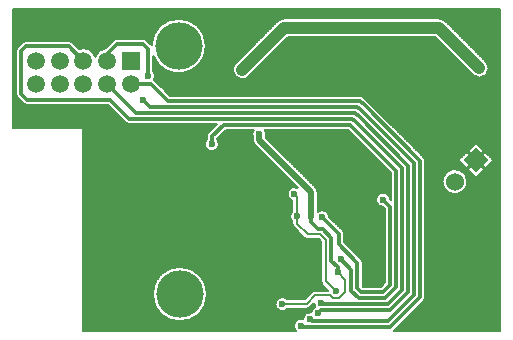
<source format=gbl>
G04 Layer_Physical_Order=2*
G04 Layer_Color=16711680*
%FSLAX24Y24*%
%MOIN*%
G70*
G01*
G75*
%ADD10C,0.0079*%
%ADD31C,0.0197*%
%ADD32C,0.0118*%
%ADD33C,0.0394*%
%ADD45R,0.0591X0.0591*%
%ADD46C,0.0591*%
%ADD47P,0.0849X4X270.0*%
%ADD48C,0.0600*%
%ADD49C,0.1575*%
%ADD50C,0.0236*%
%ADD51C,0.0394*%
D10*
X56220Y22638D02*
G03*
X56220Y22638I-906J0D01*
G01*
X56253Y28019D02*
G03*
X56201Y27894I125J-125D01*
G01*
X56253Y28019D02*
G03*
X56201Y27894I125J-125D01*
G01*
X58906Y22461D02*
G03*
X58906Y22146I-176J-157D01*
G01*
X56201Y27794D02*
G03*
X56614Y27638I177J-156D01*
G01*
D02*
G03*
X56555Y27794I-236J0D01*
G01*
X57746Y27766D02*
G03*
X57809Y27613I217J0D01*
G01*
X57778Y28110D02*
G03*
X57746Y27868I184J-148D01*
G01*
Y27766D02*
G03*
X57810Y27612I217J0D01*
G01*
X58179Y27868D02*
G03*
X58199Y27963I-217J94D01*
G01*
D02*
G03*
X58147Y28110I-236J0D01*
G01*
X49852Y29311D02*
G03*
X49904Y29186I177J0D01*
G01*
Y30863D02*
G03*
X49852Y30738I125J-125D01*
G01*
X50091Y28999D02*
G03*
X50217Y28947I125J125D01*
G01*
X50091Y28999D02*
G03*
X50217Y28947I125J125D01*
G01*
X53497Y28359D02*
G03*
X53622Y28307I125J125D01*
G01*
X53497Y28359D02*
G03*
X53622Y28307I125J125D01*
G01*
X49852Y29311D02*
G03*
X49904Y29186I177J0D01*
G01*
X54488Y29902D02*
G03*
X54429Y30058I-236J0D01*
G01*
X54451Y29774D02*
G03*
X54488Y29902I-199J127D01*
G01*
X54643Y29594D02*
G03*
X54603Y29624I-125J-125D01*
G01*
X54643Y29594D02*
G03*
X54603Y29624I-125J-125D01*
G01*
X49904Y30863D02*
G03*
X49852Y30738I125J-125D01*
G01*
X52490Y30549D02*
G03*
X51958Y30813I-394J-126D01*
G01*
X50187Y31073D02*
G03*
X50062Y31021I0J-177D01*
G01*
X50187Y31073D02*
G03*
X50062Y31021I0J-177D01*
G01*
X51749D02*
G03*
X51624Y31073I-125J-125D01*
G01*
X51749Y31021D02*
G03*
X51624Y31073I-125J-125D01*
G01*
X52837Y30834D02*
G03*
X52490Y30549I46J-411D01*
G01*
X53228Y31152D02*
G03*
X53103Y31100I0J-177D01*
G01*
X53228Y31152D02*
G03*
X53103Y31100I0J-177D01*
G01*
X54200D02*
G03*
X54075Y31152I-125J-125D01*
G01*
X54200Y31100D02*
G03*
X54075Y31152I-125J-125D01*
G01*
X57169Y30341D02*
G03*
X57614Y29895I223J-223D01*
G01*
X54429Y30584D02*
G03*
X56181Y30906I846J322D01*
G01*
D02*
G03*
X54370Y30929I-906J0D01*
G01*
X58789Y31831D02*
G03*
X58566Y31738I0J-315D01*
G01*
X58789Y31831D02*
G03*
X58567Y31738I0J-315D01*
G01*
X59409Y21804D02*
G03*
X59174Y21417I-59J-229D01*
G01*
X59688Y22034D02*
G03*
X59409Y21804I-42J-232D01*
G01*
X59537Y22146D02*
G03*
X59649Y22192I0J157D01*
G01*
X59828Y22215D02*
G03*
X59688Y22034I94J-217D01*
G01*
X59465Y24515D02*
G03*
X59577Y24469I111J111D01*
G01*
X59465Y24515D02*
G03*
X59577Y24469I112J111D01*
G01*
X59537Y22146D02*
G03*
X59649Y22192I0J157D01*
G01*
X59833Y22756D02*
G03*
X59721Y22710I0J-157D01*
G01*
X59833Y22756D02*
G03*
X59721Y22710I0J-157D01*
G01*
X59785Y22328D02*
G03*
X59828Y22215I235J25D01*
G01*
X60020Y23061D02*
G03*
X60066Y22949I157J0D01*
G01*
X60020Y23061D02*
G03*
X60066Y22950I157J0D01*
G01*
X61407Y23681D02*
G03*
X61356Y23806I-177J0D01*
G01*
X60787Y24646D02*
G03*
X60736Y24771I-177J0D01*
G01*
X60787Y24646D02*
G03*
X60736Y24771I-177J0D01*
G01*
X61407Y23681D02*
G03*
X61356Y23806I-177J0D01*
G01*
X59055Y24990D02*
G03*
X59101Y24879I157J0D01*
G01*
X59055Y25402D02*
G03*
X59055Y25050I157J-176D01*
G01*
Y24990D02*
G03*
X59101Y24879I157J0D01*
G01*
X60295Y25212D02*
G03*
X59904Y25375I-236J-15D01*
G01*
X59245Y26178D02*
G03*
X59055Y25748I-121J-203D01*
G01*
X59904Y26040D02*
G03*
X59841Y26194I-217J0D01*
G01*
X59904Y26040D02*
G03*
X59841Y26194I-217J0D01*
G01*
X63442Y22406D02*
G03*
X63494Y22531I-125J125D01*
G01*
X63442Y22406D02*
G03*
X63494Y22531I-125J125D01*
G01*
X62322Y25802D02*
G03*
X62072Y25552I-236J-15D01*
G01*
X64184Y26685D02*
G03*
X64776Y26094I296J-296D01*
G01*
D02*
G03*
X64898Y26389I-296J296D01*
G01*
D02*
G03*
X64184Y26685I-418J0D01*
G01*
X61433Y29200D02*
G03*
X61308Y29252I-125J-125D01*
G01*
X61433Y29200D02*
G03*
X61308Y29252I-125J-125D01*
G01*
X61529Y29116D02*
G03*
X61484Y29149I-125J-125D01*
G01*
X61529Y29116D02*
G03*
X61484Y29149I-125J-125D01*
G01*
X63494Y27078D02*
G03*
X63442Y27203I-177J0D01*
G01*
X63494Y27078D02*
G03*
X63442Y27203I-177J0D01*
G01*
X65072Y29945D02*
G03*
X65295Y29852I223J222D01*
G01*
X65073Y29945D02*
G03*
X65295Y29852I223J223D01*
G01*
X65072Y29945D02*
G03*
X65295Y29852I223J222D01*
G01*
X64170Y31738D02*
G03*
X63947Y31831I-223J-223D01*
G01*
X64170Y31738D02*
G03*
X63947Y31831I-223J-222D01*
G01*
X65295Y29852D02*
G03*
X65610Y30167I-0J315D01*
G01*
X65295Y29852D02*
G03*
X65610Y30167I0J315D01*
G01*
X65610D02*
G03*
X65518Y30390I-315J0D01*
G01*
X65295Y29852D02*
G03*
X65610Y30167I0J315D01*
G01*
X65610D02*
G03*
X65517Y30391I-315J0D01*
G01*
X65610Y30167D02*
G03*
X65517Y30391I-315J0D01*
G01*
X60581Y23370D02*
X60827Y23124D01*
X59213Y25226D02*
Y25886D01*
X59124Y25974D02*
X59213Y25886D01*
X59577Y24626D02*
X60000D01*
X59213Y24990D02*
X59577Y24626D01*
X59213Y24990D02*
Y25226D01*
X60177Y23061D02*
Y24449D01*
X60000Y24626D02*
X60177Y24449D01*
Y23061D02*
X60502Y22736D01*
X60404Y22500D02*
X60610D01*
X60827Y22717D01*
Y23124D01*
X58730Y22303D02*
X59537D01*
X59833Y22598D01*
X60306D01*
X60404Y22500D01*
X52067Y22677D02*
X54410D01*
X52067Y22736D02*
X54415D01*
X52067Y22795D02*
X54423D01*
X52067Y22500D02*
X54420D01*
X52067Y22618D02*
X54410D01*
X52067Y22559D02*
X54413D01*
X53681Y21417D02*
Y28307D01*
X52067Y21417D02*
Y28159D01*
X53622Y21417D02*
Y28307D01*
X53858Y21417D02*
Y28307D01*
X53740Y21417D02*
Y28307D01*
X53799Y21417D02*
Y28307D01*
X52067Y21968D02*
X54705D01*
X52067Y22087D02*
X54597D01*
X52067Y22028D02*
X54646D01*
X52067Y21791D02*
X54993D01*
X52067Y21909D02*
X54777D01*
X52067Y21850D02*
X54868D01*
X52067Y22323D02*
X54466D01*
X52067Y22441D02*
X54431D01*
X52067Y22382D02*
X54446D01*
X52067Y22146D02*
X54555D01*
X52067Y22264D02*
X54490D01*
X52067Y22205D02*
X54520D01*
X52067Y23031D02*
X54499D01*
X52067Y23091D02*
X54531D01*
X52067Y23150D02*
X54568D01*
X52067Y22854D02*
X54436D01*
X52067Y22913D02*
X54452D01*
X52067Y22972D02*
X54474D01*
X52067Y23386D02*
X54805D01*
X49764Y28159D02*
X52067D01*
Y23445D02*
X54904D01*
X52067Y23209D02*
X54612D01*
X52067Y23268D02*
X54664D01*
X52067Y23327D02*
X54727D01*
X52067Y27579D02*
X56149D01*
X52067Y27638D02*
X56142D01*
X52067Y27697D02*
X56149D01*
X52067Y23504D02*
X55051D01*
X52067Y27520D02*
X56173D01*
X52067Y27461D02*
X56222D01*
X52067Y27992D02*
X56231D01*
X52067Y28051D02*
X56285D01*
X52067Y28110D02*
X56344D01*
X52067Y27756D02*
X56173D01*
X52067Y27815D02*
X56201D01*
X52067Y27874D02*
X56201D01*
X52067Y27933D02*
X56205D01*
X54390Y21417D02*
Y28307D01*
X54272Y21417D02*
Y28307D01*
X54331Y21417D02*
Y28307D01*
X54567Y21417D02*
Y22128D01*
X54449Y21417D02*
Y22374D01*
X54508Y21417D02*
Y22227D01*
X54035Y21417D02*
Y28307D01*
X53917Y21417D02*
Y28307D01*
X53976Y21417D02*
Y28307D01*
X54212Y21417D02*
Y28307D01*
X54094Y21417D02*
Y28307D01*
X54153Y21417D02*
Y28307D01*
X55098Y21417D02*
Y21759D01*
X54980Y21417D02*
Y21796D01*
X55039Y21417D02*
Y21775D01*
X55275Y21417D02*
Y21733D01*
X55157Y21417D02*
Y21746D01*
X55216Y21417D02*
Y21738D01*
X54744Y21417D02*
Y21935D01*
X54626Y21417D02*
Y22050D01*
X54685Y21417D02*
Y21987D01*
X54921Y21417D02*
Y21822D01*
X56043Y21417D02*
Y22100D01*
X54803Y21417D02*
Y21891D01*
X54862Y21417D02*
Y21854D01*
X55453Y21417D02*
Y21743D01*
X55335Y21417D02*
Y21732D01*
X55394Y21417D02*
Y21736D01*
X55630Y21417D02*
Y21789D01*
X55512Y21417D02*
Y21754D01*
X55571Y21417D02*
Y21769D01*
X55748Y21417D02*
Y21843D01*
X54449Y22902D02*
Y28307D01*
X55689Y21417D02*
Y21813D01*
X55925Y21417D02*
Y21969D01*
X55807Y21417D02*
Y21878D01*
X55866Y21417D02*
Y21919D01*
X56102Y21417D02*
Y22190D01*
X55984Y21417D02*
Y22028D01*
X56398Y21417D02*
Y27402D01*
X56161Y21417D02*
Y22316D01*
X56220Y21417D02*
Y22624D01*
X56161Y22960D02*
Y27544D01*
X56201Y27794D02*
Y27894D01*
X56279Y21417D02*
Y27423D01*
X56338Y21417D02*
Y27405D01*
X56220Y22652D02*
Y27462D01*
X51673Y28159D02*
Y28947D01*
X51555Y28159D02*
Y28947D01*
X51614Y28159D02*
Y28947D01*
X51850Y28159D02*
Y28947D01*
X51732Y28159D02*
Y28947D01*
X51791Y28159D02*
Y28947D01*
X51319Y28159D02*
Y28947D01*
X51201Y28159D02*
Y28947D01*
X51260Y28159D02*
Y28947D01*
X51496Y28159D02*
Y28947D01*
X51378Y28159D02*
Y28947D01*
X51437Y28159D02*
Y28947D01*
X52382Y21417D02*
Y28947D01*
X52264Y21417D02*
Y28947D01*
X52323Y21417D02*
Y28947D01*
X52559Y21417D02*
Y28947D01*
X52441Y21417D02*
Y28947D01*
X52500Y21417D02*
Y28947D01*
X52027Y28159D02*
Y28947D01*
X51909Y28159D02*
Y28947D01*
X51968Y28159D02*
Y28947D01*
X52205Y21417D02*
Y28947D01*
X52087Y21417D02*
Y28947D01*
X52146Y21417D02*
Y28947D01*
X50197Y28159D02*
Y28948D01*
X50079Y28159D02*
Y29011D01*
X50138Y28159D02*
Y28965D01*
X50374Y28159D02*
Y28947D01*
X50256Y28159D02*
Y28947D01*
X50315Y28159D02*
Y28947D01*
X49842Y28159D02*
Y32126D01*
X49764Y28159D02*
Y32126D01*
X49783Y28159D02*
Y32126D01*
X50020Y28159D02*
Y29070D01*
X49901Y28159D02*
Y29189D01*
X49961Y28159D02*
Y29129D01*
X50964Y28159D02*
Y28947D01*
X50846Y28159D02*
Y28947D01*
X50905Y28159D02*
Y28947D01*
X51142Y28159D02*
Y28947D01*
X51024Y28159D02*
Y28947D01*
X51083Y28159D02*
Y28947D01*
X50551Y28159D02*
Y28947D01*
X50433Y28159D02*
Y28947D01*
X50492Y28159D02*
Y28947D01*
X50728Y28159D02*
Y28947D01*
X50787Y28159D02*
Y28947D01*
X50610Y28159D02*
Y28947D01*
X50669Y28159D02*
Y28947D01*
X53090Y21417D02*
Y28765D01*
X52972Y21417D02*
Y28883D01*
X53031Y21417D02*
Y28824D01*
X53268Y21417D02*
Y28588D01*
X53149Y21417D02*
Y28706D01*
X53209Y21417D02*
Y28647D01*
X52736Y21417D02*
Y28947D01*
X52618Y21417D02*
Y28947D01*
X52677Y21417D02*
Y28947D01*
X52913Y21417D02*
Y28942D01*
X52795Y21417D02*
Y28947D01*
X52854Y21417D02*
Y28947D01*
X54626Y23225D02*
Y28307D01*
X54685Y23288D02*
Y28307D01*
X55925Y23307D02*
Y28307D01*
X56102Y23085D02*
Y28307D01*
X55984Y23248D02*
Y28307D01*
X56043Y23176D02*
Y28307D01*
X53445Y21417D02*
Y28411D01*
X53327Y21417D02*
Y28529D01*
X53386Y21417D02*
Y28470D01*
X53504Y21417D02*
Y28352D01*
X53563Y21417D02*
Y28317D01*
X54508Y23048D02*
Y28307D01*
X54567Y23148D02*
Y28307D01*
X55098Y23517D02*
Y28307D01*
X55157Y23529D02*
Y28307D01*
X55216Y23538D02*
Y28307D01*
X55394Y23540D02*
Y28307D01*
X55275Y23542D02*
Y28307D01*
X55335Y23543D02*
Y28307D01*
X54744Y23341D02*
Y28307D01*
X54803Y23385D02*
Y28307D01*
X54862Y23422D02*
Y28307D01*
X54921Y23453D02*
Y28307D01*
X54980Y23479D02*
Y28307D01*
X55039Y23500D02*
Y28307D01*
X55866Y23356D02*
Y28307D01*
X56161Y27732D02*
Y28307D01*
X56220Y27975D02*
Y28307D01*
X56279Y28046D02*
Y28307D01*
X56338Y28105D02*
Y28307D01*
X56398Y28164D02*
Y28307D01*
X55571Y23506D02*
Y28307D01*
X55453Y23533D02*
Y28307D01*
X55512Y23522D02*
Y28307D01*
X55748Y23433D02*
Y28307D01*
X55807Y23398D02*
Y28307D01*
X55630Y23487D02*
Y28307D01*
X55689Y23463D02*
Y28307D01*
X52067Y21555D02*
X59115D01*
X52067Y21614D02*
X59117D01*
X52067Y21673D02*
X59136D01*
X52067Y21417D02*
X59174D01*
X52067Y21496D02*
X59128D01*
X52067Y21437D02*
X59159D01*
X52067Y24390D02*
X60014D01*
X52067Y24508D02*
X59473D01*
X52067Y24449D02*
X59955D01*
X52067Y21732D02*
X59174D01*
X52067Y23681D02*
X60020D01*
X52067Y23622D02*
X60020D01*
X52067Y23858D02*
X60020D01*
X52067Y23976D02*
X60020D01*
X52067Y23917D02*
X60020D01*
X52067Y23563D02*
X60020D01*
X52067Y23799D02*
X60020D01*
X52067Y23740D02*
X60020D01*
X52067Y24213D02*
X60020D01*
X52067Y24331D02*
X60020D01*
X52067Y24272D02*
X60020D01*
X52067Y24035D02*
X60020D01*
X52067Y24153D02*
X60020D01*
X52067Y24094D02*
X60020D01*
X52067Y26161D02*
X58980D01*
X52067Y26516D02*
X58906D01*
X52067Y26457D02*
X58965D01*
X52067Y25984D02*
X58888D01*
X52067Y26043D02*
X58898D01*
X52067Y26102D02*
X58925D01*
X52067Y26752D02*
X58670D01*
X52067Y26870D02*
X58552D01*
X52067Y26811D02*
X58611D01*
X52067Y26575D02*
X58847D01*
X52067Y26693D02*
X58729D01*
X52067Y26634D02*
X58788D01*
X52067Y24744D02*
X59236D01*
X52067Y24862D02*
X59118D01*
X52067Y24803D02*
X59177D01*
X52067Y24567D02*
X59413D01*
X52067Y24685D02*
X59295D01*
X52067Y24626D02*
X59354D01*
X52067Y26279D02*
X59143D01*
X52067Y26398D02*
X59025D01*
X52067Y26339D02*
X59084D01*
X52067Y24980D02*
X59055D01*
X52067Y24921D02*
X59071D01*
X52067Y25039D02*
X59055D01*
X52067Y26220D02*
X59202D01*
X56033Y22087D02*
X58636D01*
X56110Y22205D02*
X58516D01*
X56075Y22146D02*
X58554D01*
X58642Y21417D02*
Y22084D01*
X58524Y21417D02*
Y22189D01*
X58583Y21417D02*
Y22119D01*
X56140Y22264D02*
X58497D01*
X56164Y22323D02*
X58495D01*
X56184Y22382D02*
X58508D01*
X56199Y22441D02*
X58538D01*
X58583Y22487D02*
Y26840D01*
X56210Y22500D02*
X58600D01*
X55637Y21791D02*
X59256D01*
X55762Y21850D02*
X59415D01*
X55853Y21909D02*
X59436D01*
X55925Y21968D02*
X59479D01*
X55984Y22028D02*
X59578D01*
X56207Y22795D02*
X60220D01*
X56178Y22913D02*
X60102D01*
X56194Y22854D02*
X60161D01*
X56217Y22559D02*
X59571D01*
X56220Y22618D02*
X59630D01*
X56220Y22677D02*
X59689D01*
X56215Y22736D02*
X59756D01*
X52067Y25276D02*
X58982D01*
X52067Y25335D02*
X59003D01*
X52067Y25394D02*
X59046D01*
X52067Y25098D02*
X59014D01*
X52067Y25216D02*
X58977D01*
X52067Y25157D02*
X58987D01*
X52067Y25807D02*
X58957D01*
X52067Y25925D02*
X58893D01*
X52067Y25866D02*
X58914D01*
X52067Y25630D02*
X59055D01*
X52067Y25748D02*
X59055D01*
X52067Y25689D02*
X59055D01*
X56062Y23150D02*
X60020D01*
X55966Y23268D02*
X60020D01*
X56018Y23209D02*
X60020D01*
X56156Y22972D02*
X60047D01*
X56099Y23091D02*
X60020D01*
X56130Y23031D02*
X60022D01*
X52067Y25453D02*
X59055D01*
X52067Y25571D02*
X59055D01*
X52067Y25512D02*
X59055D01*
X55825Y23386D02*
X60020D01*
X55903Y23327D02*
X60020D01*
X55579Y23504D02*
X60020D01*
X55726Y23445D02*
X60020D01*
X56575Y21417D02*
Y27507D01*
X56457Y21417D02*
Y27415D01*
X56516Y21417D02*
Y27446D01*
X56752Y21417D02*
Y28017D01*
X56634Y21417D02*
Y27899D01*
X56693Y21417D02*
Y27958D01*
X56929Y21417D02*
Y28110D01*
X56811Y21417D02*
Y28076D01*
X56870Y21417D02*
Y28110D01*
X57106Y21417D02*
Y28110D01*
X56988Y21417D02*
Y28110D01*
X57047Y21417D02*
Y28110D01*
X52067Y27106D02*
X58316D01*
X52067Y27224D02*
X58198D01*
X52067Y27165D02*
X58257D01*
X52067Y26929D02*
X58493D01*
X52067Y27047D02*
X58375D01*
X52067Y26988D02*
X58434D01*
X57224Y21417D02*
Y28110D01*
X57165Y21417D02*
Y28110D01*
X52067Y27283D02*
X58139D01*
X57401Y21417D02*
Y28110D01*
X57283Y21417D02*
Y28110D01*
X57342Y21417D02*
Y28110D01*
X56555Y27820D02*
X56845Y28110D01*
X56575Y27769D02*
Y27840D01*
X56727Y27992D02*
X57728D01*
X56668Y27933D02*
X57728D01*
X49764Y28169D02*
X56403D01*
X49764Y28228D02*
X56462D01*
X49764Y28287D02*
X56521D01*
X56253Y28019D02*
X56541Y28307D01*
X56457Y28223D02*
Y28307D01*
X53622D02*
X56541D01*
X52067Y27342D02*
X58080D01*
X56534Y27461D02*
X57962D01*
X52067Y27402D02*
X58021D01*
X56582Y27520D02*
X57902D01*
X56614Y27638D02*
X57788D01*
X56607Y27579D02*
X57843D01*
X56607Y27697D02*
X57757D01*
X56555Y27815D02*
X57746D01*
X56583Y27756D02*
X57746D01*
X56786Y28051D02*
X57744D01*
X56609Y27874D02*
X57744D01*
X56845Y28110D02*
X57778D01*
X56845Y28110D02*
X57778D01*
X57933Y21417D02*
Y27489D01*
X57815Y21417D02*
Y27607D01*
X57874Y21417D02*
Y27548D01*
X58110Y21417D02*
Y27312D01*
X57992Y21417D02*
Y27430D01*
X58051Y21417D02*
Y27371D01*
X57579Y21417D02*
Y28110D01*
X57461Y21417D02*
Y28110D01*
X57520Y21417D02*
Y28110D01*
X57756Y21417D02*
Y27702D01*
X57638Y21417D02*
Y28110D01*
X57697Y21417D02*
Y28110D01*
X58346Y21417D02*
Y27076D01*
X58228Y21417D02*
Y27194D01*
X58287Y21417D02*
Y27135D01*
X58405Y21417D02*
Y27017D01*
X58464Y21417D02*
Y26958D01*
X58524Y22417D02*
Y26899D01*
X58169Y21417D02*
Y27253D01*
X57810Y27612D02*
X59245Y26178D01*
X58179Y27855D02*
X59841Y26194D01*
X58583Y27452D02*
Y28110D01*
X58633Y27402D02*
X61617D01*
X58524Y27511D02*
Y28110D01*
X58574Y27461D02*
X61558D01*
X57746Y27766D02*
Y27868D01*
X58346Y27688D02*
Y28110D01*
X57756Y28077D02*
Y28110D01*
X58169Y28077D02*
Y28110D01*
X58405Y27629D02*
Y28110D01*
X58228Y27806D02*
Y28110D01*
X58287Y27747D02*
Y28110D01*
X58338Y27697D02*
X61322D01*
X58220Y27815D02*
X61203D01*
X58279Y27756D02*
X61262D01*
X58515Y27520D02*
X61499D01*
X58397Y27638D02*
X61381D01*
X58456Y27579D02*
X61440D01*
X58182Y27874D02*
X61144D01*
X58147Y28110D02*
X60908D01*
X58147Y28110D02*
X60908D01*
X58464Y27570D02*
Y28110D01*
X58197Y27933D02*
X61085D01*
X58182Y28051D02*
X60967D01*
X58197Y27992D02*
X61026D01*
X49764Y29055D02*
X50035D01*
X49764Y29173D02*
X49917D01*
X49764Y29114D02*
X49976D01*
X49764Y29291D02*
X49853D01*
X49764Y29232D02*
X49871D01*
X49764Y29527D02*
X49852D01*
X49764Y29646D02*
X49852D01*
X49764Y29587D02*
X49852D01*
X49764Y29350D02*
X49852D01*
X49764Y29468D02*
X49852D01*
X49764Y29409D02*
X49852D01*
X49764Y28524D02*
X53332D01*
X49764Y28642D02*
X53214D01*
X49764Y28583D02*
X53273D01*
X49764Y28346D02*
X53511D01*
X49764Y28465D02*
X53391D01*
X49764Y28405D02*
X53450D01*
X49764Y28878D02*
X52978D01*
X49764Y28996D02*
X50094D01*
X49764Y28937D02*
X52919D01*
X49764Y28701D02*
X53155D01*
X49764Y28819D02*
X53037D01*
X49764Y28760D02*
X53096D01*
X49764Y29882D02*
X49852D01*
X49764Y30000D02*
X49852D01*
X49764Y29941D02*
X49852D01*
X49764Y29705D02*
X49852D01*
X49764Y29823D02*
X49852D01*
X49764Y29764D02*
X49852D01*
X49764Y30236D02*
X49852D01*
X49764Y30354D02*
X49852D01*
X49764Y30295D02*
X49852D01*
X49764Y30059D02*
X49852D01*
X49764Y30177D02*
X49852D01*
X49764Y30118D02*
X49852D01*
X49764Y30590D02*
X49852D01*
X49764Y30709D02*
X49852D01*
X49764Y30650D02*
X49852D01*
X49764Y30413D02*
X49852D01*
X49764Y30531D02*
X49852D01*
X49764Y30472D02*
X49852D01*
X49764Y30768D02*
X49855D01*
X49764Y30827D02*
X49876D01*
X49764Y30886D02*
X49927D01*
X49764Y30945D02*
X49986D01*
X49764Y31004D02*
X50045D01*
X49764Y31063D02*
X50129D01*
X50217Y28947D02*
X52909D01*
X53497Y28359D01*
X49904Y29186D02*
X50091Y28999D01*
X49852Y29311D02*
Y30738D01*
X54429Y30058D02*
Y30584D01*
X54449Y30032D02*
Y30536D01*
X54466Y29761D02*
X54603Y29624D01*
X54429Y30177D02*
X54738D01*
X54744Y29493D02*
Y30172D01*
X54429Y30236D02*
X54666D01*
X54429Y30354D02*
X54557D01*
X54429Y30295D02*
X54607D01*
X54626Y29609D02*
Y30275D01*
X54685Y29552D02*
Y30219D01*
X54508Y29719D02*
Y30426D01*
X54567Y29660D02*
Y30342D01*
X49904Y30863D02*
X50062Y31021D01*
X51944Y30827D02*
X52007D01*
X52474Y30590D02*
X52506D01*
X52442Y30650D02*
X52538D01*
X50187Y31073D02*
X51624D01*
X51749Y31021D02*
X51958Y30813D01*
X52396Y30709D02*
X52585D01*
X52325Y30768D02*
X52655D01*
X52186Y30827D02*
X52794D01*
X54429Y30413D02*
X54516D01*
X54429Y30472D02*
X54480D01*
X51825Y30945D02*
X52948D01*
X51766Y31004D02*
X53007D01*
X51682Y31063D02*
X53066D01*
X51884Y30886D02*
X52889D01*
X54200Y31100D02*
X54370Y30929D01*
X54296Y31004D02*
X54375D01*
X54237Y31063D02*
X54384D01*
X50433Y31073D02*
Y32126D01*
X50256Y31073D02*
Y32126D01*
X50315Y31073D02*
Y32126D01*
X50610Y31073D02*
Y32126D01*
X50492Y31073D02*
Y32126D01*
X50551Y31073D02*
Y32126D01*
X49901Y30861D02*
Y32126D01*
X49961Y30920D02*
Y32126D01*
X50020Y30979D02*
Y32126D01*
X50079Y31036D02*
Y32126D01*
X50138Y31066D02*
Y32126D01*
X50197Y31073D02*
Y32126D01*
X51968Y30816D02*
Y32126D01*
X51909Y30861D02*
Y32126D01*
X52027Y30831D02*
Y32126D01*
X52205Y30822D02*
Y32126D01*
X52087Y30836D02*
Y32126D01*
X52146Y30834D02*
Y32126D01*
X51673Y31066D02*
Y32126D01*
X50669Y31073D02*
Y32126D01*
X50728Y31073D02*
Y32126D01*
X51850Y30920D02*
Y32126D01*
X51732Y31036D02*
Y32126D01*
X51791Y30979D02*
Y32126D01*
X51201Y31073D02*
Y32126D01*
X51083Y31073D02*
Y32126D01*
X51142Y31073D02*
Y32126D01*
X51378Y31073D02*
Y32126D01*
X51260Y31073D02*
Y32126D01*
X51319Y31073D02*
Y32126D01*
X50846Y31073D02*
Y32126D01*
X50374Y31073D02*
Y32126D01*
X50787Y31073D02*
Y32126D01*
X51024Y31073D02*
Y32126D01*
X50905Y31073D02*
Y32126D01*
X50964Y31073D02*
Y32126D01*
X49764Y31299D02*
X54460D01*
X49764Y31358D02*
X54491D01*
X49764Y31417D02*
X54529D01*
X49764Y31122D02*
X53130D01*
X49764Y31181D02*
X54413D01*
X49764Y31240D02*
X54434D01*
X49764Y31476D02*
X54573D01*
X49764Y31535D02*
X54625D01*
X49764Y31594D02*
X54688D01*
X51555Y31073D02*
Y32126D01*
X51614Y31073D02*
Y32126D01*
X51437Y31073D02*
Y32126D01*
X51496Y31073D02*
Y32126D01*
X52618Y30740D02*
Y32126D01*
X52677Y30781D02*
Y32126D01*
X52736Y30809D02*
Y32126D01*
X52795Y30827D02*
Y32126D01*
X52854Y30851D02*
Y32126D01*
X52913Y30910D02*
Y32126D01*
X52382Y30722D02*
Y32126D01*
X52264Y30801D02*
Y32126D01*
X52323Y30769D02*
Y32126D01*
X52500Y30576D02*
Y32126D01*
X52441Y30652D02*
Y32126D01*
X52559Y30679D02*
Y32126D01*
X52837Y30834D02*
X53103Y31100D01*
X54173Y31122D02*
X54396D01*
X52972Y30969D02*
Y32126D01*
X53031Y31028D02*
Y32126D01*
X53090Y31087D02*
Y32126D01*
X54272Y31028D02*
Y32126D01*
X54331Y30969D02*
Y32126D01*
X54212Y31087D02*
Y32126D01*
X54390Y31093D02*
Y32126D01*
X53622Y31152D02*
Y32126D01*
X53504Y31152D02*
Y32126D01*
X53563Y31152D02*
Y32126D01*
X53799Y31152D02*
Y32126D01*
X53681Y31152D02*
Y32126D01*
X53740Y31152D02*
Y32126D01*
X53149Y31133D02*
Y32126D01*
X53209Y31150D02*
Y32126D01*
X53268Y31152D02*
Y32126D01*
X53445Y31152D02*
Y32126D01*
X53327Y31152D02*
Y32126D01*
X53386Y31152D02*
Y32126D01*
X53917Y31152D02*
Y32126D01*
X53858Y31152D02*
Y32126D01*
X53228Y31152D02*
X54075D01*
X54094Y31150D02*
Y32126D01*
X53976Y31152D02*
Y32126D01*
X54035Y31152D02*
Y32126D01*
X54153Y31133D02*
Y32126D01*
X54449Y31275D02*
Y32126D01*
X54508Y31386D02*
Y32126D01*
X54567Y31469D02*
Y32126D01*
X54626Y31536D02*
Y32126D01*
X54685Y31592D02*
Y32126D01*
X54744Y31639D02*
Y32126D01*
X55216Y29252D02*
Y30002D01*
X54643Y29594D02*
X54985Y29252D01*
X55157D02*
Y30008D01*
X55394Y29252D02*
Y30008D01*
X55275Y29252D02*
Y30000D01*
X55335Y29252D02*
Y30002D01*
X55039Y29252D02*
Y30031D01*
X54921Y29316D02*
Y30072D01*
X54980Y29257D02*
Y30050D01*
X55512Y29252D02*
Y30031D01*
X55098Y29252D02*
Y30018D01*
X55453Y29252D02*
Y30017D01*
X55571Y29252D02*
Y30049D01*
X54985Y29252D02*
X61308D01*
X54945Y29291D02*
X65984D01*
X55748Y29252D02*
Y30133D01*
X55630Y29252D02*
Y30072D01*
X55689Y29252D02*
Y30100D01*
X55925Y29252D02*
Y30275D01*
X55807Y29252D02*
Y30172D01*
X55866Y29252D02*
Y30219D01*
X56102Y29252D02*
Y30536D01*
X55984Y29252D02*
Y30342D01*
X56043Y29252D02*
Y30425D01*
X54485Y29941D02*
X57131D01*
X54429Y30059D02*
X54954D01*
X54467Y30000D02*
X57100D01*
X54862Y29375D02*
Y30100D01*
X55723Y30118D02*
X57077D01*
X55597Y30059D02*
X57082D01*
X54803Y29434D02*
Y30133D01*
X54429Y30118D02*
X54829D01*
X55814Y30177D02*
X57082D01*
X55885Y30236D02*
X57100D01*
X55945Y30295D02*
X57131D01*
X55994Y30354D02*
X57182D01*
X54709Y29527D02*
X65984D01*
X54581Y29646D02*
X65984D01*
X54650Y29587D02*
X65984D01*
X54886Y29350D02*
X65984D01*
X54768Y29468D02*
X65984D01*
X54827Y29409D02*
X65984D01*
X54463Y29764D02*
X65984D01*
X54487Y29882D02*
X57183D01*
X54475Y29823D02*
X57282D01*
X56036Y30413D02*
X57242D01*
X54522Y29705D02*
X65984D01*
X56071Y30472D02*
X57301D01*
X56100Y30531D02*
X57360D01*
X57401Y29252D02*
Y29803D01*
X57283Y29252D02*
Y29822D01*
X57342Y29252D02*
Y29807D01*
X57579Y29252D02*
Y29865D01*
X57461Y29252D02*
Y29811D01*
X57520Y29252D02*
Y29830D01*
X57165Y29252D02*
Y29899D01*
X56161Y29252D02*
Y30717D01*
X57106Y29252D02*
Y29985D01*
X57756Y29252D02*
Y30037D01*
X57638Y29252D02*
Y29919D01*
X57697Y29252D02*
Y29978D01*
X57933Y29252D02*
Y30214D01*
X57815Y29252D02*
Y30096D01*
X57874Y29252D02*
Y30155D01*
X58110Y29252D02*
Y30391D01*
X57992Y29252D02*
Y30273D01*
X58051Y29252D02*
Y30332D01*
X58287Y29252D02*
Y30568D01*
X58169Y29252D02*
Y30450D01*
X58228Y29252D02*
Y30509D01*
X58464Y29252D02*
Y30745D01*
X58524Y29252D02*
Y30804D01*
X58346Y29252D02*
Y30627D01*
X58405Y29252D02*
Y30686D01*
X56125Y30590D02*
X57419D01*
X56144Y30650D02*
X57478D01*
X57224Y29252D02*
Y29851D01*
X58369Y30650D02*
X64368D01*
X58310Y30590D02*
X64427D01*
X56159Y30709D02*
X57537D01*
X56171Y30768D02*
X57596D01*
X56178Y30827D02*
X57655D01*
X58428Y30709D02*
X64309D01*
X58546Y30827D02*
X64190D01*
X58487Y30768D02*
X64250D01*
X57501Y29823D02*
X65984D01*
X57660Y29941D02*
X65076D01*
X57600Y29882D02*
X65162D01*
X57719Y30000D02*
X65017D01*
X57837Y30118D02*
X64899D01*
X57778Y30059D02*
X64958D01*
X57896Y30177D02*
X64840D01*
X58014Y30295D02*
X64722D01*
X57955Y30236D02*
X64781D01*
X58132Y30413D02*
X64604D01*
X58073Y30354D02*
X64663D01*
X58250Y30531D02*
X64486D01*
X58191Y30472D02*
X64545D01*
X49764Y31653D02*
X54765D01*
X54803Y31678D02*
Y32126D01*
X55807Y31639D02*
Y32126D01*
X54862Y31711D02*
Y32126D01*
X55748Y31678D02*
Y32126D01*
X55984Y31469D02*
Y32126D01*
X55866Y31592D02*
Y32126D01*
X55925Y31536D02*
Y32126D01*
X56161Y31094D02*
Y32126D01*
X56043Y31386D02*
Y32126D01*
X56102Y31275D02*
Y32126D01*
X56138Y31181D02*
X58009D01*
X56117Y31240D02*
X58068D01*
X56091Y31299D02*
X58127D01*
X56176Y31004D02*
X57832D01*
X56167Y31063D02*
X57891D01*
X56155Y31122D02*
X57950D01*
X55863Y31594D02*
X58423D01*
X55786Y31653D02*
X58482D01*
X56060Y31358D02*
X58186D01*
X56023Y31417D02*
X58245D01*
X55979Y31476D02*
X58305D01*
X55926Y31535D02*
X58364D01*
X49764Y31713D02*
X54865D01*
X54921Y31739D02*
Y32126D01*
X49764Y31772D02*
X55011D01*
X54980Y31761D02*
Y32126D01*
X55039Y31780D02*
Y32126D01*
X55098Y31793D02*
Y32126D01*
X55157Y31803D02*
Y32126D01*
X55216Y31809D02*
Y32126D01*
X55275Y31811D02*
Y32126D01*
X55453Y31794D02*
Y32126D01*
X55335Y31809D02*
Y32126D01*
X55394Y31803D02*
Y32126D01*
X49764Y31890D02*
X65984D01*
X49764Y32008D02*
X65984D01*
X49764Y31949D02*
X65984D01*
X55686Y31713D02*
X58541D01*
X55540Y31772D02*
X58606D01*
X49764Y31831D02*
X58783D01*
X49764Y32067D02*
X65984D01*
X49764Y32126D02*
X65984D01*
X49764Y32126D02*
X65984D01*
X55630Y31739D02*
Y32126D01*
X55689Y31711D02*
Y32126D01*
X55512Y31780D02*
Y32126D01*
X55571Y31762D02*
Y32126D01*
X56693Y29252D02*
Y32126D01*
X56575Y29252D02*
Y32126D01*
X56634Y29252D02*
Y32126D01*
X56870Y29252D02*
Y32126D01*
X56752Y29252D02*
Y32126D01*
X56811Y29252D02*
Y32126D01*
X56338Y29252D02*
Y32126D01*
X56220Y29252D02*
Y32126D01*
X56279Y29252D02*
Y32126D01*
X56516Y29252D02*
Y32126D01*
X56398Y29252D02*
Y32126D01*
X56457Y29252D02*
Y32126D01*
X57047Y29252D02*
Y32126D01*
X57106Y30251D02*
Y32126D01*
X57169Y30341D02*
X58566Y31738D01*
X58642Y29252D02*
Y30923D01*
X58583Y29252D02*
Y30864D01*
X57614Y29895D02*
X58920Y31201D01*
X56929Y29252D02*
Y32126D01*
X56988Y29252D02*
Y32126D01*
X57165Y30337D02*
Y32126D01*
X57224Y30396D02*
Y32126D01*
X57283Y30455D02*
Y32126D01*
X57342Y30514D02*
Y32126D01*
X57401Y30573D02*
Y32126D01*
X57461Y30632D02*
Y32126D01*
X56181Y30886D02*
X57714D01*
X56180Y30945D02*
X57773D01*
X57520Y30691D02*
Y32126D01*
X57638Y30809D02*
Y32126D01*
X57697Y30869D02*
Y32126D01*
X57579Y30750D02*
Y32126D01*
X57756Y30928D02*
Y32126D01*
X57815Y30987D02*
Y32126D01*
X57874Y31046D02*
Y32126D01*
X57933Y31105D02*
Y32126D01*
X57992Y31164D02*
Y32126D01*
X58464Y31636D02*
Y32126D01*
X58524Y31695D02*
Y32126D01*
X58605Y30886D02*
X64131D01*
X58583Y31753D02*
Y32126D01*
X58051Y31223D02*
Y32126D01*
X58110Y31282D02*
Y32126D01*
X58169Y31341D02*
Y32126D01*
X58228Y31400D02*
Y32126D01*
X58287Y31459D02*
Y32126D01*
X58346Y31518D02*
Y32126D01*
X58405Y31577D02*
Y32126D01*
X58819Y21417D02*
Y22084D01*
X58701Y21417D02*
Y22069D01*
X58760Y21417D02*
Y22069D01*
X58996Y21417D02*
Y22146D01*
X58878Y21417D02*
Y22119D01*
X58937Y21417D02*
Y22146D01*
X59055Y21417D02*
Y22146D01*
X59114Y21417D02*
Y22146D01*
X59173Y21731D02*
Y22146D01*
X59232Y21779D02*
Y22146D01*
X59291Y21803D02*
Y22146D01*
X59350Y21811D02*
Y22146D01*
X58825Y22087D02*
X59702D01*
X58906Y22146D02*
X59737D01*
X59468Y21957D02*
Y22146D01*
X59527Y22006D02*
Y22146D01*
X59409Y21804D02*
Y22146D01*
X59587Y22030D02*
Y22154D01*
X59646Y22037D02*
Y22189D01*
X59705Y22092D02*
Y22248D01*
X58906Y22146D02*
X59537D01*
X58906Y22461D02*
X59472D01*
X58861Y22500D02*
X59511D01*
X59468Y22461D02*
Y24512D01*
X59527Y22516D02*
Y24476D01*
X59291Y22461D02*
Y24689D01*
X59173Y22461D02*
Y24807D01*
X59232Y22461D02*
Y24748D01*
X59350Y22461D02*
Y24630D01*
X59409Y22461D02*
Y24571D01*
X59472Y22461D02*
X59721Y22710D01*
X59649Y22192D02*
X59785Y22328D01*
X59764Y22174D02*
Y22307D01*
X59721Y22264D02*
X59801D01*
X59662Y22205D02*
X59807D01*
X59587Y22575D02*
Y24469D01*
X59646Y22634D02*
Y24469D01*
X59577D02*
X59935D01*
X59705Y22693D02*
Y24469D01*
X59764Y22740D02*
Y24469D01*
X59833Y22756D02*
X60260D01*
X60177D02*
Y22838D01*
X60059Y22756D02*
Y22957D01*
X60118Y22756D02*
Y22897D01*
X59823Y22756D02*
Y24469D01*
X59882Y22756D02*
Y24469D01*
X59941Y22756D02*
Y24462D01*
X60000Y22756D02*
Y24403D01*
X60020Y23061D02*
Y24384D01*
X60066Y22949D02*
X60260Y22756D01*
X61407Y22913D02*
X62040D01*
X61407Y22972D02*
X62099D01*
X62017Y22890D02*
X62156Y23029D01*
X61428Y22890D02*
X62017D01*
X61407Y23031D02*
X62156D01*
X61407Y22911D02*
Y23681D01*
Y23386D02*
X62156D01*
X61407Y23327D02*
X62156D01*
X61407Y23150D02*
X62156D01*
X61407Y23091D02*
X62156D01*
X61407Y23268D02*
X62156D01*
X61407Y23209D02*
X62156D01*
X61362Y23799D02*
X62156D01*
X61397Y23740D02*
X62156D01*
X61407Y23445D02*
X62156D01*
X61407Y23563D02*
X62156D01*
X61407Y23504D02*
X62156D01*
X59935Y24469D02*
X60020Y24384D01*
X60787Y24375D02*
Y24646D01*
Y24375D02*
X61356Y23806D01*
X61245Y23917D02*
X62156D01*
X60949Y24213D02*
X62156D01*
X61186Y23976D02*
X62156D01*
X61407Y23622D02*
X62156D01*
X61304Y23858D02*
X62156D01*
X61407Y23681D02*
X62156D01*
X60758Y24744D02*
X62156D01*
X60644Y24862D02*
X62156D01*
X60703Y24803D02*
X62156D01*
X60787Y24567D02*
X62156D01*
X60787Y24508D02*
X62156D01*
X60783Y24685D02*
X62156D01*
X60787Y24626D02*
X62156D01*
X58996Y22461D02*
Y25132D01*
Y25321D02*
Y25776D01*
X59055Y22461D02*
Y25050D01*
X59055Y24990D02*
Y25050D01*
X59055Y25402D02*
Y25749D01*
X59055Y25402D02*
Y25748D01*
X58642Y22522D02*
Y26781D01*
X58701Y22538D02*
Y26721D01*
X58760Y22538D02*
Y26662D01*
X58937Y22461D02*
Y25830D01*
X58819Y22522D02*
Y26603D01*
X58878Y22488D02*
Y26544D01*
X59114Y22461D02*
Y24866D01*
X59101Y24879D02*
X59465Y24515D01*
X59904Y25375D02*
Y26040D01*
X59941Y25401D02*
Y28110D01*
X59904Y25453D02*
X62156D01*
X60000Y25426D02*
Y28110D01*
X60059Y25433D02*
Y28110D01*
X60118Y25426D02*
Y28110D01*
X58937Y26119D02*
Y26485D01*
X58996Y26173D02*
Y26426D01*
X59055Y26200D02*
Y26367D01*
X59114Y26210D02*
Y26308D01*
X59173Y26205D02*
Y26249D01*
X59587Y26448D02*
Y28110D01*
X59468Y26566D02*
Y28110D01*
X59527Y26507D02*
Y28110D01*
X59764Y26271D02*
Y28110D01*
X59646Y26389D02*
Y28110D01*
X59705Y26330D02*
Y28110D01*
X59904Y25689D02*
X61872D01*
X59904Y25807D02*
X61851D01*
X59904Y25748D02*
X61854D01*
X59904Y25512D02*
X62112D01*
X59904Y25630D02*
X61911D01*
X59904Y25571D02*
X61992D01*
X59823Y26212D02*
Y28110D01*
X59904Y25866D02*
X61864D01*
X59904Y25925D02*
X61895D01*
X59882Y26137D02*
Y28110D01*
X59904Y25984D02*
X61956D01*
X61240Y23922D02*
Y27778D01*
X61122Y24040D02*
Y27896D01*
X61181Y23981D02*
Y27837D01*
X61417Y22901D02*
Y27601D01*
X61299Y23863D02*
Y27719D01*
X61358Y23804D02*
Y27660D01*
X60886Y24276D02*
Y28110D01*
X60768Y24727D02*
Y28110D01*
X60827Y24335D02*
Y28110D01*
X61063Y24099D02*
Y27955D01*
X60945Y24217D02*
Y28074D01*
X61004Y24158D02*
Y28014D01*
X62008Y22890D02*
Y25565D01*
X61890Y22890D02*
Y25657D01*
X61949Y22890D02*
Y25596D01*
X62067Y22940D02*
Y25552D01*
X62126Y22999D02*
Y25498D01*
X62156Y23029D02*
Y25468D01*
X61594Y22890D02*
Y27424D01*
X61476Y22890D02*
Y27542D01*
X61535Y22890D02*
Y27483D01*
X61772Y22890D02*
Y27247D01*
X61831Y22890D02*
Y27188D01*
X61653Y22890D02*
Y27365D01*
X61712Y22890D02*
Y27306D01*
X60295Y25212D02*
X60736Y24771D01*
X60177Y25401D02*
Y28110D01*
X60295Y25211D02*
Y28110D01*
X60413Y25093D02*
Y28110D01*
X60354Y25152D02*
Y28110D01*
X61890Y25918D02*
Y27129D01*
X60531Y24975D02*
Y28110D01*
X60236Y25353D02*
Y28110D01*
X60472Y25034D02*
Y28110D01*
X60709Y24798D02*
Y28110D01*
X60590Y24916D02*
Y28110D01*
X60649Y24857D02*
Y28110D01*
X60408Y25098D02*
X62156D01*
X60294Y25216D02*
X62156D01*
X60349Y25157D02*
X62156D01*
X60585Y24921D02*
X62156D01*
X60467Y25039D02*
X62156D01*
X60526Y24980D02*
X62156D01*
X60282Y25276D02*
X62156D01*
X60190Y25394D02*
X62156D01*
X60251Y25335D02*
X62156D01*
X61949Y25979D02*
Y27070D01*
X62008Y26010D02*
Y27011D01*
X62067Y26023D02*
Y26951D01*
X62126Y26020D02*
Y26892D01*
X62657Y21417D02*
Y21621D01*
X62539Y21417D02*
Y21503D01*
X62598Y21417D02*
Y21562D01*
X62835Y21417D02*
Y21798D01*
X62716Y21417D02*
Y21680D01*
X62775Y21417D02*
Y21739D01*
X63012Y21417D02*
Y21975D01*
X62894Y21417D02*
Y21857D01*
X62953Y21417D02*
Y21916D01*
X63189Y21417D02*
Y22152D01*
X63071Y21417D02*
Y22034D01*
X63130Y21417D02*
Y22093D01*
X62454Y21417D02*
X65984D01*
X62533Y21496D02*
X65984D01*
X62473Y21437D02*
X65984D01*
X62592Y21555D02*
X65984D01*
X62710Y21673D02*
X65984D01*
X62651Y21614D02*
X65984D01*
X63307Y21417D02*
Y22270D01*
X63248Y21417D02*
Y22211D01*
X62456Y21420D02*
X63442Y22406D01*
X63484Y21417D02*
Y22472D01*
X63366Y21417D02*
Y22330D01*
X63425Y21417D02*
Y22389D01*
X63005Y21968D02*
X65984D01*
X61068Y24094D02*
X62156D01*
X61127Y24035D02*
X62156D01*
X63064Y22028D02*
X65984D01*
X60831Y24331D02*
X62156D01*
X60787Y24449D02*
X62156D01*
X60787Y24390D02*
X62156D01*
X61008Y24153D02*
X62156D01*
X62072Y25552D02*
X62156Y25468D01*
X60890Y24272D02*
X62156D01*
X62769Y21732D02*
X65984D01*
X62887Y21850D02*
X65984D01*
X62828Y21791D02*
X65984D01*
X62946Y21909D02*
X65984D01*
X63182Y22146D02*
X65984D01*
X63123Y22087D02*
X65984D01*
X63241Y22205D02*
X65984D01*
X63359Y22323D02*
X65984D01*
X63300Y22264D02*
X65984D01*
X63469Y22441D02*
X65984D01*
X63418Y22382D02*
X65984D01*
X63494Y22736D02*
X65984D01*
X63491Y22500D02*
X65984D01*
X63494Y23563D02*
X65984D01*
X63494Y23681D02*
X65984D01*
X63494Y23622D02*
X65984D01*
X63494Y23386D02*
X65984D01*
X63494Y23504D02*
X65984D01*
X63494Y23445D02*
X65984D01*
X63494Y23917D02*
X65984D01*
X63494Y24035D02*
X65984D01*
X63494Y23976D02*
X65984D01*
X63494Y23740D02*
X65984D01*
X63494Y23858D02*
X65984D01*
X63494Y23799D02*
X65984D01*
X63494Y22795D02*
X65984D01*
X63494Y22913D02*
X65984D01*
X63494Y22854D02*
X65984D01*
X63494Y22559D02*
X65984D01*
X63494Y22677D02*
X65984D01*
X63494Y22618D02*
X65984D01*
X63494Y23209D02*
X65984D01*
X63494Y23327D02*
X65984D01*
X63494Y23268D02*
X65984D01*
X63494Y23031D02*
X65984D01*
X63494Y22972D02*
X65984D01*
X63494Y23150D02*
X65984D01*
X63494Y23091D02*
X65984D01*
X63494Y25039D02*
X65984D01*
X63494Y25157D02*
X65984D01*
X63494Y25098D02*
X65984D01*
X63494Y24862D02*
X65984D01*
X63494Y24980D02*
X65984D01*
X63494Y24921D02*
X65984D01*
X63494Y25394D02*
X65984D01*
X63494Y25512D02*
X65984D01*
X63494Y25453D02*
X65984D01*
X63494Y25216D02*
X65984D01*
X63494Y25335D02*
X65984D01*
X63494Y25276D02*
X65984D01*
X63494Y24272D02*
X65984D01*
X63494Y24390D02*
X65984D01*
X63494Y24331D02*
X65984D01*
X63494Y24094D02*
X65984D01*
X63494Y24213D02*
X65984D01*
X63494Y24153D02*
X65984D01*
X63494Y24685D02*
X65984D01*
X63494Y24803D02*
X65984D01*
X63494Y24744D02*
X65984D01*
X63494Y24508D02*
X65984D01*
X63494Y24449D02*
X65984D01*
X63494Y24626D02*
X65984D01*
X63494Y24567D02*
X65984D01*
X62279Y25925D02*
X62352D01*
X62309Y25866D02*
X62352D01*
Y25772D02*
Y26666D01*
X62322Y25807D02*
X62352D01*
X62322Y25802D02*
X62352Y25772D01*
X63543Y21417D02*
Y31201D01*
X62303Y25882D02*
Y26715D01*
X63494Y22531D02*
Y27078D01*
X63720Y21417D02*
Y31201D01*
X63602Y21417D02*
Y31201D01*
X63661Y21417D02*
Y31201D01*
X63494Y25748D02*
X65984D01*
X63494Y25866D02*
X65984D01*
X63494Y25807D02*
X65984D01*
X63494Y25571D02*
X65984D01*
X63494Y25689D02*
X65984D01*
X63494Y25630D02*
X65984D01*
X63838Y21417D02*
Y31179D01*
X63779Y21417D02*
Y31201D01*
X63494Y25925D02*
X65984D01*
X64016Y21417D02*
Y31002D01*
X64075Y21417D02*
Y26286D01*
X63898Y21417D02*
Y31120D01*
X63957Y21417D02*
Y31061D01*
X59868Y26161D02*
X62352D01*
X59755Y26279D02*
X62352D01*
X59814Y26220D02*
X62352D01*
X62217Y25984D02*
X62352D01*
X59895Y26102D02*
X62352D01*
X59904Y26043D02*
X62352D01*
X59578Y26457D02*
X62352D01*
X59460Y26575D02*
X62352D01*
X59519Y26516D02*
X62352D01*
X62244Y25964D02*
Y26774D01*
X62185Y26002D02*
Y26833D01*
X59696Y26339D02*
X62352D01*
X63494Y26161D02*
X64129D01*
X63494Y26279D02*
X64076D01*
X63494Y26220D02*
X64097D01*
X63494Y25984D02*
X64377D01*
X63494Y26102D02*
X64176D01*
X63494Y26043D02*
X64245D01*
X63494Y26339D02*
X64065D01*
X59637Y26398D02*
X62352D01*
X63494D02*
X64062D01*
X63494Y26457D02*
X64067D01*
X63494Y26516D02*
X64081D01*
X63494Y26575D02*
X64105D01*
X64429Y21417D02*
Y25974D01*
X64311Y21417D02*
Y26007D01*
X64370Y21417D02*
Y25986D01*
X64606Y21417D02*
Y25991D01*
X64488Y21417D02*
Y25971D01*
X64547Y21417D02*
Y25977D01*
X64665Y21417D02*
Y26015D01*
X64193Y21417D02*
Y26085D01*
X64252Y21417D02*
Y26039D01*
X64842Y21417D02*
Y26181D01*
X64724Y21417D02*
Y26050D01*
X64783Y21417D02*
Y26102D01*
X65020Y21417D02*
Y26673D01*
X64901Y21417D02*
Y26791D01*
X64960Y21417D02*
Y26732D01*
X65492Y21417D02*
Y26810D01*
X65079Y21417D02*
Y26614D01*
X65138Y21417D02*
Y26555D01*
X65669Y21417D02*
Y26987D01*
X65551Y21417D02*
Y26869D01*
X65610Y21417D02*
Y26928D01*
X65964Y21417D02*
Y32126D01*
X65984Y21417D02*
Y32126D01*
X65728Y21417D02*
Y27046D01*
X65905Y21417D02*
Y32126D01*
X64134Y21417D02*
Y26155D01*
X64855Y26575D02*
X65117D01*
X65256Y21417D02*
Y26574D01*
X64878Y26516D02*
X65176D01*
X65197Y21417D02*
Y26515D01*
X64075Y26492D02*
Y30942D01*
X64596Y27096D02*
X65187Y26505D01*
X65433Y21417D02*
Y26751D01*
X65315Y21417D02*
Y26633D01*
X65374Y21417D02*
Y26692D01*
X64583Y25984D02*
X65984D01*
X64784Y26102D02*
X65984D01*
X64714Y26043D02*
X65984D01*
X64830Y26161D02*
X65984D01*
X64883Y26279D02*
X65984D01*
X64862Y26220D02*
X65984D01*
X64895Y26339D02*
X65984D01*
X64893Y26457D02*
X65984D01*
X64898Y26398D02*
X65984D01*
X65787Y21417D02*
Y32126D01*
X65846Y21417D02*
Y32126D01*
X65187Y26505D02*
X65778Y27096D01*
X65198Y26516D02*
X65984D01*
X59232Y26802D02*
Y28110D01*
X59114Y26921D02*
Y28110D01*
X59173Y26861D02*
Y28110D01*
X59409Y26625D02*
Y28110D01*
X59291Y26743D02*
Y28110D01*
X59350Y26684D02*
Y28110D01*
X58878Y27157D02*
Y28110D01*
X58760Y27275D02*
Y28110D01*
X58819Y27216D02*
Y28110D01*
X59055Y26980D02*
Y28110D01*
X58937Y27098D02*
Y28110D01*
X58996Y27039D02*
Y28110D01*
X59224Y26811D02*
X62207D01*
X59105Y26929D02*
X62089D01*
X59165Y26870D02*
X62148D01*
X59401Y26634D02*
X62352D01*
X59283Y26752D02*
X62266D01*
X59342Y26693D02*
X62325D01*
X58869Y27165D02*
X61853D01*
X58751Y27283D02*
X61735D01*
X58810Y27224D02*
X61794D01*
X59046Y26988D02*
X62030D01*
X58928Y27106D02*
X61912D01*
X58987Y27047D02*
X61971D01*
X58701Y27334D02*
Y28110D01*
X58642Y27393D02*
Y28110D01*
X58701Y29252D02*
Y30982D01*
X58878Y29252D02*
Y31159D01*
X58760Y29252D02*
Y31041D01*
X58819Y29252D02*
Y31100D01*
X59055Y29252D02*
Y31201D01*
X58937Y29252D02*
Y31201D01*
X58996Y29252D02*
Y31201D01*
X59232Y29252D02*
Y31201D01*
X59114Y29252D02*
Y31201D01*
X59173Y29252D02*
Y31201D01*
X58692Y27342D02*
X61676D01*
X59705Y29252D02*
Y31201D01*
X59764Y29252D02*
Y31201D01*
X59941Y29252D02*
Y31201D01*
X59823Y29252D02*
Y31201D01*
X59882Y29252D02*
Y31201D01*
X59409Y29252D02*
Y31201D01*
X59291Y29252D02*
Y31201D01*
X59350Y29252D02*
Y31201D01*
X59587Y29252D02*
Y31201D01*
X59646Y29252D02*
Y31201D01*
X59468Y29252D02*
Y31201D01*
X59527Y29252D02*
Y31201D01*
X60908Y28110D02*
X62352Y26666D01*
X61433Y29200D02*
X61484Y29149D01*
X62008Y28638D02*
Y31201D01*
X61476Y29157D02*
Y31201D01*
X61949Y28697D02*
Y31201D01*
X62185Y28461D02*
Y31201D01*
X62067Y28579D02*
Y31201D01*
X62126Y28520D02*
Y31201D01*
X61529Y29116D02*
X63442Y27203D01*
X62953Y27693D02*
Y31201D01*
X63012Y27634D02*
Y31201D01*
X63189Y27457D02*
Y31201D01*
X63071Y27575D02*
Y31201D01*
X63130Y27516D02*
Y31201D01*
X62539Y28106D02*
Y31201D01*
X62421Y28224D02*
Y31201D01*
X62480Y28165D02*
Y31201D01*
X62716Y27929D02*
Y31201D01*
X62894Y27752D02*
Y31201D01*
X62598Y28047D02*
Y31201D01*
X62657Y27988D02*
Y31201D01*
X60472Y29252D02*
Y31201D01*
X60354Y29252D02*
Y31201D01*
X60413Y29252D02*
Y31201D01*
X60649Y29252D02*
Y31201D01*
X60531Y29252D02*
Y31201D01*
X60590Y29252D02*
Y31201D01*
X60118Y29252D02*
Y31201D01*
X60000Y29252D02*
Y31201D01*
X60059Y29252D02*
Y31201D01*
X60295Y29252D02*
Y31201D01*
X60177Y29252D02*
Y31201D01*
X60236Y29252D02*
Y31201D01*
X61240Y29252D02*
Y31201D01*
X61122Y29252D02*
Y31201D01*
X61181Y29252D02*
Y31201D01*
X61417Y29214D02*
Y31201D01*
X61299Y29252D02*
Y31201D01*
X61358Y29245D02*
Y31201D01*
X60827Y29252D02*
Y31201D01*
X60709Y29252D02*
Y31201D01*
X60768Y29252D02*
Y31201D01*
X61004Y29252D02*
Y31201D01*
X61063Y29252D02*
Y31201D01*
X60886Y29252D02*
Y31201D01*
X60945Y29252D02*
Y31201D01*
X59114Y31831D02*
Y32126D01*
X58996Y31831D02*
Y32126D01*
X59055Y31831D02*
Y32126D01*
X59291Y31831D02*
Y32126D01*
X59173Y31831D02*
Y32126D01*
X59232Y31831D02*
Y32126D01*
X58642Y31794D02*
Y32126D01*
X58701Y31818D02*
Y32126D01*
X58760Y31829D02*
Y32126D01*
X58937Y31831D02*
Y32126D01*
X58819Y31831D02*
Y32126D01*
X58878Y31831D02*
Y32126D01*
X59823Y31831D02*
Y32126D01*
X59705Y31831D02*
Y32126D01*
X59764Y31831D02*
Y32126D01*
X60000Y31831D02*
Y32126D01*
X59882Y31831D02*
Y32126D01*
X59941Y31831D02*
Y32126D01*
X59468Y31831D02*
Y32126D01*
X59350Y31831D02*
Y32126D01*
X59409Y31831D02*
Y32126D01*
X59646Y31831D02*
Y32126D01*
X59527Y31831D02*
Y32126D01*
X59587Y31831D02*
Y32126D01*
X60531Y31831D02*
Y32126D01*
X60413Y31831D02*
Y32126D01*
X60472Y31831D02*
Y32126D01*
X60709Y31831D02*
Y32126D01*
X60590Y31831D02*
Y32126D01*
X60649Y31831D02*
Y32126D01*
X60177Y31831D02*
Y32126D01*
X60059Y31831D02*
Y32126D01*
X60118Y31831D02*
Y32126D01*
X60354Y31831D02*
Y32126D01*
X60236Y31831D02*
Y32126D01*
X60295Y31831D02*
Y32126D01*
X61299Y31831D02*
Y32126D01*
X61181Y31831D02*
Y32126D01*
X61240Y31831D02*
Y32126D01*
X61476Y31831D02*
Y32126D01*
X61358Y31831D02*
Y32126D01*
X61417Y31831D02*
Y32126D01*
X60886Y31831D02*
Y32126D01*
X60768Y31831D02*
Y32126D01*
X60827Y31831D02*
Y32126D01*
X61063Y31831D02*
Y32126D01*
X61122Y31831D02*
Y32126D01*
X60945Y31831D02*
Y32126D01*
X61004Y31831D02*
Y32126D01*
X61653Y28992D02*
Y31201D01*
X61535Y29110D02*
Y31201D01*
X61594Y29051D02*
Y31201D01*
X61890Y28756D02*
Y31201D01*
X61712Y28933D02*
Y31201D01*
X61831Y28815D02*
Y31201D01*
X61653Y31831D02*
Y32126D01*
X61535Y31831D02*
Y32126D01*
X61594Y31831D02*
Y32126D01*
X61772Y28874D02*
Y31201D01*
X61712Y31831D02*
Y32126D01*
X62008Y31831D02*
Y32126D01*
X62362Y28284D02*
Y31201D01*
X62244Y28402D02*
Y31201D01*
X62303Y28343D02*
Y31201D01*
X63366Y27280D02*
Y31201D01*
X62775Y27870D02*
Y31201D01*
X62835Y27811D02*
Y31201D01*
X62185Y31831D02*
Y32126D01*
X62067Y31831D02*
Y32126D01*
X62126Y31831D02*
Y32126D01*
X63307Y27339D02*
Y31201D01*
X63425Y27221D02*
Y31201D01*
X62244Y31831D02*
Y32126D01*
X63248Y27398D02*
Y31201D01*
X62539Y31831D02*
Y32126D01*
X62421Y31831D02*
Y32126D01*
X62480Y31831D02*
Y32126D01*
X62716Y31831D02*
Y32126D01*
X62598Y31831D02*
Y32126D01*
X62657Y31831D02*
Y32126D01*
X61890Y31831D02*
Y32126D01*
X61772Y31831D02*
Y32126D01*
X61831Y31831D02*
Y32126D01*
X62362Y31831D02*
Y32126D01*
X61949Y31831D02*
Y32126D01*
X62303Y31831D02*
Y32126D01*
X63307Y31831D02*
Y32126D01*
X63189Y31831D02*
Y32126D01*
X63248Y31831D02*
Y32126D01*
X63484Y31831D02*
Y32126D01*
X63366Y31831D02*
Y32126D01*
X63425Y31831D02*
Y32126D01*
X62894Y31831D02*
Y32126D01*
X62775Y31831D02*
Y32126D01*
X62835Y31831D02*
Y32126D01*
X63071Y31831D02*
Y32126D01*
X63130Y31831D02*
Y32126D01*
X62953Y31831D02*
Y32126D01*
X63012Y31831D02*
Y32126D01*
X63494Y26929D02*
X64763D01*
X63494Y27047D02*
X64645D01*
X63494Y26988D02*
X64704D01*
X63494Y26634D02*
X64141D01*
X63494Y26693D02*
X64192D01*
X63494Y26752D02*
X64272D01*
X63421Y27224D02*
X64724D01*
X64606Y26788D02*
Y27086D01*
X63492Y27106D02*
X64605D01*
X63471Y27165D02*
X64665D01*
X63303Y27342D02*
X64842D01*
X63244Y27402D02*
X64901D01*
X63185Y27461D02*
X64960D01*
X63494Y26811D02*
X64881D01*
X63362Y27283D02*
X64783D01*
X63494Y26870D02*
X64822D01*
X63008Y27638D02*
X65137D01*
X62890Y27756D02*
X65984D01*
X62949Y27697D02*
X65984D01*
X64596Y27096D02*
X65187Y27688D01*
X63126Y27520D02*
X65019D01*
X63067Y27579D02*
X65078D01*
X61886Y28760D02*
X65984D01*
X61768Y28878D02*
X65984D01*
X61827Y28819D02*
X65984D01*
X62063Y28583D02*
X65984D01*
X61945Y28701D02*
X65984D01*
X62004Y28642D02*
X65984D01*
X61531Y29114D02*
X65984D01*
X61389Y29232D02*
X65984D01*
X61460Y29173D02*
X65984D01*
X61709Y28937D02*
X65984D01*
X61591Y29055D02*
X65984D01*
X61650Y28996D02*
X65984D01*
X62654Y27992D02*
X65984D01*
X62535Y28110D02*
X65984D01*
X62594Y28051D02*
X65984D01*
X62831Y27815D02*
X65984D01*
X62713Y27933D02*
X65984D01*
X62772Y27874D02*
X65984D01*
X62240Y28405D02*
X65984D01*
X62122Y28524D02*
X65984D01*
X62181Y28465D02*
X65984D01*
X62417Y28228D02*
X65984D01*
X62476Y28169D02*
X65984D01*
X62299Y28346D02*
X65984D01*
X62358Y28287D02*
X65984D01*
X64767Y26693D02*
X64999D01*
X64724Y26729D02*
Y26968D01*
X64688Y26752D02*
X64940D01*
X64842Y26598D02*
Y26850D01*
X64783Y26677D02*
Y26909D01*
X64819Y26634D02*
X65058D01*
X64665Y26764D02*
Y27027D01*
X65187Y27688D02*
X65778Y27096D01*
X65257Y26575D02*
X65984D01*
X65375Y26693D02*
X65984D01*
X65316Y26634D02*
X65984D01*
X65434Y26752D02*
X65984D01*
X65552Y26870D02*
X65984D01*
X65493Y26811D02*
X65984D01*
X65611Y26929D02*
X65984D01*
X65591Y27283D02*
X65984D01*
X65650Y27224D02*
X65984D01*
X65729Y27047D02*
X65984D01*
X65670Y26988D02*
X65984D01*
X65709Y27165D02*
X65984D01*
X65769Y27106D02*
X65984D01*
X65079Y27579D02*
Y29939D01*
X65138Y27638D02*
Y29895D01*
X65197Y27678D02*
Y29868D01*
X65374Y27501D02*
Y29862D01*
X65256Y27619D02*
Y29855D01*
X65315Y27560D02*
Y29853D01*
X64901Y27402D02*
Y30116D01*
X64960Y27461D02*
Y30057D01*
X65020Y27520D02*
Y29998D01*
X65355Y27520D02*
X65984D01*
X65237Y27638D02*
X65984D01*
X65296Y27579D02*
X65984D01*
X65532Y27342D02*
X65984D01*
X65414Y27461D02*
X65984D01*
X65473Y27402D02*
X65984D01*
X65492Y27383D02*
Y29921D01*
X65433Y27442D02*
Y29884D01*
X65428Y29882D02*
X65984D01*
X65551Y27324D02*
Y29984D01*
X65514Y29941D02*
X65984D01*
X65591Y30059D02*
X65984D01*
X65562Y30000D02*
X65984D01*
X64134Y26624D02*
Y30883D01*
X58664Y30945D02*
X64072D01*
X64193Y26693D02*
Y30824D01*
X64252Y26740D02*
Y30765D01*
X64311Y26772D02*
Y30706D01*
X64370Y26793D02*
Y30647D01*
X58723Y31004D02*
X64013D01*
X58841Y31122D02*
X63895D01*
X58782Y31063D02*
X63954D01*
X63484Y27137D02*
Y31201D01*
X58920D02*
X63816D01*
X58900Y31181D02*
X63836D01*
X64429Y26804D02*
Y30588D01*
X64488Y26807D02*
Y30529D01*
X63816Y31201D02*
X65072Y29945D01*
X64547Y26802D02*
Y30470D01*
X64606Y27107D02*
Y30411D01*
X64609Y31299D02*
X65984D01*
X64170Y31738D02*
X65517Y30391D01*
X64488Y31420D02*
Y32126D01*
X64432Y31476D02*
X65984D01*
X64606Y31302D02*
Y32126D01*
X64550Y31358D02*
X65984D01*
X64547Y31361D02*
Y32126D01*
X64491Y31417D02*
X65984D01*
X63602Y31831D02*
Y32126D01*
X63543Y31831D02*
Y32126D01*
X58789Y31831D02*
X63947D01*
X63779D02*
Y32126D01*
X63661Y31831D02*
Y32126D01*
X63720Y31831D02*
Y32126D01*
X63957Y31831D02*
Y32126D01*
X63838Y31831D02*
Y32126D01*
X63898Y31831D02*
Y32126D01*
X64134Y31769D02*
Y32126D01*
X64016Y31823D02*
Y32126D01*
X64075Y31804D02*
Y32126D01*
X64195Y31713D02*
X65984D01*
X63953Y31831D02*
X65984D01*
X64131Y31772D02*
X65984D01*
X64373Y31535D02*
X65984D01*
X64255Y31653D02*
X65984D01*
X64314Y31594D02*
X65984D01*
X64193Y31715D02*
Y32126D01*
X64370Y31538D02*
Y32126D01*
X64429Y31479D02*
Y32126D01*
X64252Y31656D02*
Y32126D01*
X64311Y31597D02*
Y32126D01*
X64724Y27225D02*
Y30293D01*
X64783Y27284D02*
Y30234D01*
X64842Y27343D02*
Y30175D01*
X65610Y27265D02*
Y30158D01*
X64665Y27166D02*
Y30352D01*
X65433Y30475D02*
Y32126D01*
X65492Y30416D02*
Y32126D01*
X65551Y30351D02*
Y32126D01*
X65610Y30176D02*
Y32126D01*
X65549Y30354D02*
X65984D01*
X65583Y30295D02*
X65984D01*
X65606Y30118D02*
X65984D01*
X65603Y30236D02*
X65984D01*
X65610Y30177D02*
X65984D01*
X65495Y30413D02*
X65984D01*
X65377Y30531D02*
X65984D01*
X65436Y30472D02*
X65984D01*
X65669Y27206D02*
Y32126D01*
X65728Y27147D02*
Y32126D01*
X65138Y30770D02*
Y32126D01*
X65020Y30888D02*
Y32126D01*
X65079Y30829D02*
Y32126D01*
X65315Y30593D02*
Y32126D01*
X65197Y30711D02*
Y32126D01*
X65256Y30652D02*
Y32126D01*
X64783Y31125D02*
Y32126D01*
X64665Y31243D02*
Y32126D01*
X64724Y31184D02*
Y32126D01*
X64960Y30948D02*
Y32126D01*
X64842Y31066D02*
Y32126D01*
X64901Y31007D02*
Y32126D01*
X65140Y30768D02*
X65984D01*
X65022Y30886D02*
X65984D01*
X65081Y30827D02*
X65984D01*
X65318Y30590D02*
X65984D01*
X65199Y30709D02*
X65984D01*
X65258Y30650D02*
X65984D01*
X64786Y31122D02*
X65984D01*
X64668Y31240D02*
X65984D01*
X64727Y31181D02*
X65984D01*
X65374Y30534D02*
Y32126D01*
X64963Y30945D02*
X65984D01*
X64845Y31063D02*
X65984D01*
X64904Y31004D02*
X65984D01*
D31*
X59688Y25228D02*
Y26040D01*
X57963Y27766D02*
X59688Y26040D01*
X57963Y27766D02*
Y27963D01*
D32*
X60581Y23370D02*
Y23526D01*
X51624Y30896D02*
X52096Y30423D01*
X50187Y30896D02*
X51624D01*
X50030Y30738D02*
X50187Y30896D01*
X50030Y29311D02*
Y30738D01*
Y29311D02*
X50217Y29124D01*
X52982D01*
X52884Y29636D02*
X53839Y28681D01*
X61145D01*
X54311Y28878D02*
X61226D01*
X52884Y30423D02*
Y30630D01*
X53228Y30974D01*
X54075D01*
X54252Y30797D01*
Y29902D02*
Y30797D01*
X54075Y29114D02*
X54311Y28878D01*
X53671Y29636D02*
X54341D01*
X54508Y29469D01*
X54518D01*
X54911Y29075D01*
X60020Y22352D02*
X60069Y22303D01*
X59921Y21998D02*
X60020Y22096D01*
X59646Y21801D02*
X59705Y21742D01*
X59350Y21575D02*
X59380Y21545D01*
X60069Y22303D02*
X62254D01*
X62726Y22776D01*
X62331Y21545D02*
X63317Y22531D01*
X62250Y21742D02*
X63120Y22613D01*
X62326Y22096D02*
X62923Y22694D01*
X60020Y22096D02*
X62326D01*
X59705Y21742D02*
X62250D01*
X59380Y21545D02*
X62331D01*
X60354Y23752D02*
X60581Y23526D01*
X60354Y23752D02*
Y24522D01*
X60073Y24803D02*
X60354Y24522D01*
X59911Y24803D02*
X60073D01*
X59688Y25027D02*
X59911Y24803D01*
X59688Y25027D02*
Y25228D01*
X60669Y23799D02*
X61033Y23435D01*
Y22756D02*
Y23435D01*
Y22756D02*
X61289Y22500D01*
X62156D01*
X62530Y22874D01*
X54911Y29075D02*
X61308D01*
X52982Y29124D02*
X53622Y28484D01*
X61063D01*
X61147Y28401D01*
X61159D01*
X62726Y26834D01*
Y22776D02*
Y26834D01*
X61145Y28681D02*
X61228Y28597D01*
X61241D01*
X62923Y26915D01*
Y22694D02*
Y26915D01*
X61226Y28878D02*
X61310Y28794D01*
X61322D01*
X63120Y26997D01*
Y22613D02*
Y26997D01*
X61308Y29075D02*
X61391Y28991D01*
X61404D01*
X63317Y27078D01*
Y22531D02*
Y27078D01*
X56772Y28287D02*
X60981D01*
X62530Y26739D01*
Y22874D02*
Y26739D01*
X60059Y25197D02*
X60610Y24646D01*
Y24301D02*
Y24646D01*
Y24301D02*
X61230Y23681D01*
Y22837D02*
Y23681D01*
Y22837D02*
X61355Y22713D01*
X62090D01*
X62333Y22956D01*
Y25541D01*
X62087Y25787D02*
X62333Y25541D01*
X56378Y27638D02*
Y27894D01*
X56772Y28287D01*
X64919Y27364D02*
X65187Y27096D01*
X64919Y26829D02*
X65187Y27096D01*
X65455Y26829D01*
X65187Y27096D02*
X65455Y27364D01*
D33*
X65295Y30167D02*
X65295D01*
X63947Y31516D02*
X65295Y30167D01*
X58789Y31516D02*
X63947D01*
X57392Y30118D02*
X58789Y31516D01*
D45*
X53671Y30423D02*
D03*
D46*
X52884D02*
D03*
X52096D02*
D03*
X51309D02*
D03*
X50522D02*
D03*
X53671Y29636D02*
D03*
X52884D02*
D03*
X52096D02*
D03*
X51309D02*
D03*
X50522D02*
D03*
D47*
X65187Y27096D02*
D03*
D48*
X64480Y26389D02*
D03*
D49*
X55315Y22638D02*
D03*
X55276Y30906D02*
D03*
D50*
X60581Y23370D02*
D03*
X54252Y29902D02*
D03*
X54075Y29114D02*
D03*
X63671Y28081D02*
D03*
X63868Y29587D02*
D03*
X63435Y30620D02*
D03*
X59547Y30886D02*
D03*
X59114Y30197D02*
D03*
X57392Y30118D02*
D03*
X58730Y22303D02*
D03*
X60059Y25197D02*
D03*
X59688Y25228D02*
D03*
X59213Y25226D02*
D03*
X59124Y25974D02*
D03*
X60669Y23799D02*
D03*
X60502Y22736D02*
D03*
X57963Y27963D02*
D03*
X60020Y22352D02*
D03*
X59921Y21998D02*
D03*
X59350Y21575D02*
D03*
X59646Y21801D02*
D03*
X62087Y25787D02*
D03*
X52254Y23031D02*
D03*
X52687D02*
D03*
X53110D02*
D03*
X52362Y22195D02*
D03*
X52756D02*
D03*
X53120D02*
D03*
Y21732D02*
D03*
X53976Y21673D02*
D03*
Y22067D02*
D03*
Y22480D02*
D03*
Y22923D02*
D03*
Y23307D02*
D03*
Y23691D02*
D03*
X54380D02*
D03*
X54823D02*
D03*
X54931Y24114D02*
D03*
X55010Y24518D02*
D03*
X55423D02*
D03*
X55886D02*
D03*
X56279D02*
D03*
X56663D02*
D03*
X57106D02*
D03*
X53110Y23356D02*
D03*
Y23720D02*
D03*
X52667Y23789D02*
D03*
Y24144D02*
D03*
Y24547D02*
D03*
Y24970D02*
D03*
Y25374D02*
D03*
Y25738D02*
D03*
Y26152D02*
D03*
X52795Y26486D02*
D03*
X53209Y26526D02*
D03*
X53563Y26378D02*
D03*
X53524Y26004D02*
D03*
X53504Y25659D02*
D03*
X53484Y25276D02*
D03*
X54134Y26339D02*
D03*
X54803Y25512D02*
D03*
X55177D02*
D03*
X55581D02*
D03*
X55984D02*
D03*
X56407D02*
D03*
X56782D02*
D03*
X57726Y25276D02*
D03*
X58110Y24931D02*
D03*
X56811Y23573D02*
D03*
X58789Y24262D02*
D03*
X59734D02*
D03*
X58789Y23317D02*
D03*
X59734D02*
D03*
X59262Y23789D02*
D03*
X60925Y25630D02*
D03*
X61880Y23484D02*
D03*
X55394Y28061D02*
D03*
X54724D02*
D03*
X58386Y27894D02*
D03*
X58937Y27392D02*
D03*
X61752Y24370D02*
D03*
X61988Y24114D02*
D03*
X61712Y23868D02*
D03*
X62008Y24961D02*
D03*
X64016Y21890D02*
D03*
X64803Y23150D02*
D03*
X65315Y31535D02*
D03*
X56663Y31624D02*
D03*
X57126Y31122D02*
D03*
X51063Y31476D02*
D03*
X51831Y31850D02*
D03*
X53386Y31663D02*
D03*
X54764Y31949D02*
D03*
X64429Y24222D02*
D03*
X55669Y26673D02*
D03*
X64429Y27766D02*
D03*
X60148Y25955D02*
D03*
X61329Y31988D02*
D03*
X58022Y31978D02*
D03*
X52136Y21772D02*
D03*
X56663Y22707D02*
D03*
X57205Y21919D02*
D03*
X57785Y22884D02*
D03*
X56319Y29774D02*
D03*
X50177Y28760D02*
D03*
X51703Y28720D02*
D03*
X52953Y28386D02*
D03*
X53474Y27589D02*
D03*
X56378Y27638D02*
D03*
D51*
X65295Y30167D02*
D03*
M02*

</source>
